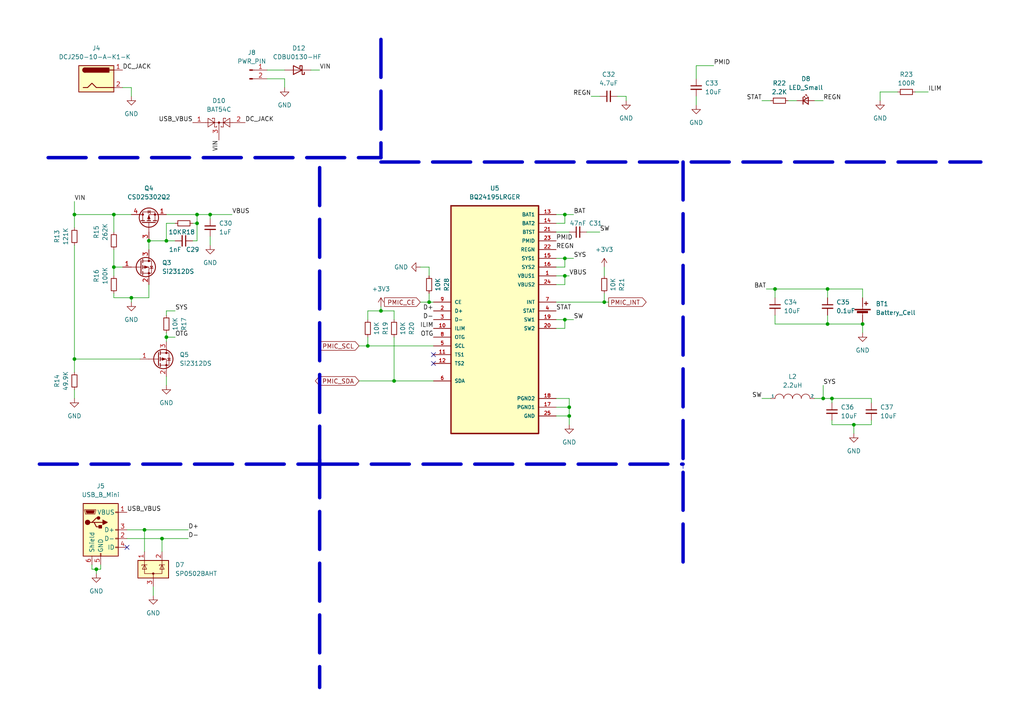
<source format=kicad_sch>
(kicad_sch (version 20211123) (generator eeschema)
  (paper "A4")
  (lib_symbols
    (symbol "BQ24195RGER:BQ24195RGER" (pin_names (offset 1.016))
      (property "Reference" "U" (at -12.7 34.0106 0))
      (property "Value" "BQ24195RGER" (at -12.7 -37.0078 0))
      (symbol "BQ24195RGER_0_0"
        (rectangle (start -12.7 -33.02) (end 12.7 33.02) (stroke (width 0.4064)) (fill (type background)))
        (pin power_in line (at 17.78 12.7 180) (length 5.08) (name "VBUS1") (number "1"))
        (pin input line (at -17.78 -2.54 0) (length 5.08) (name "ILIM") (number "10"))
        (pin input line (at -17.78 -10.16 0) (length 5.08) (name "TS1") (number "11"))
        (pin input line (at -17.78 -12.7 0) (length 5.08) (name "TS2") (number "12"))
        (pin power_in line (at 17.78 30.48 180) (length 5.08) (name "BAT1") (number "13"))
        (pin power_in line (at 17.78 27.94 180) (length 5.08) (name "BAT2") (number "14"))
        (pin power_in line (at 17.78 17.78 180) (length 5.08) (name "SYS1") (number "15"))
        (pin power_in line (at 17.78 15.24 180) (length 5.08) (name "SYS2") (number "16"))
        (pin power_in line (at 17.78 -25.4 180) (length 5.08) (name "PGND1") (number "17"))
        (pin power_in line (at 17.78 -22.86 180) (length 5.08) (name "PGND2") (number "18"))
        (pin output line (at 17.78 0 180) (length 5.08) (name "SW1") (number "19"))
        (pin input line (at -17.78 2.54 0) (length 5.08) (name "D+") (number "2"))
        (pin output line (at 17.78 -2.54 180) (length 5.08) (name "SW2") (number "20"))
        (pin power_in line (at 17.78 25.4 180) (length 5.08) (name "BTST") (number "21"))
        (pin power_in line (at 17.78 20.32 180) (length 5.08) (name "REGN") (number "22"))
        (pin power_in line (at 17.78 22.86 180) (length 5.08) (name "PMID") (number "23"))
        (pin power_in line (at 17.78 10.16 180) (length 5.08) (name "VBUS2") (number "24"))
        (pin power_in line (at 17.78 -27.94 180) (length 5.08) (name "GND") (number "25"))
        (pin input line (at -17.78 0 0) (length 5.08) (name "D-") (number "3"))
        (pin output line (at 17.78 2.54 180) (length 5.08) (name "STAT") (number "4"))
        (pin input line (at -17.78 -7.62 0) (length 5.08) (name "SCL") (number "5"))
        (pin bidirectional line (at -17.78 -17.78 0) (length 5.08) (name "SDA") (number "6"))
        (pin output line (at 17.78 5.08 180) (length 5.08) (name "INT") (number "7"))
        (pin input line (at -17.78 -5.08 0) (length 5.08) (name "OTG") (number "8"))
        (pin input line (at -17.78 5.08 0) (length 5.08) (name "CE") (number "9"))
      )
    )
    (symbol "Connector:Conn_01x02_Male" (pin_names (offset 1.016) hide)
      (property "Reference" "J" (at 0 2.54 0))
      (property "Value" "Conn_01x02_Male" (at 0 -5.08 0))
      (symbol "Conn_01x02_Male_1_1"
        (polyline (pts (xy 1.27 -2.54) (xy 0.8636 -2.54)) (stroke (width 0.1524)))
        (polyline (pts (xy 1.27 0) (xy 0.8636 0)) (stroke (width 0.1524)))
        (rectangle (start 0.8636 -2.413) (end 0 -2.667) (stroke (width 0.1524)) (fill (type outline)))
        (rectangle (start 0.8636 0.127) (end 0 -0.127) (stroke (width 0.1524)) (fill (type outline)))
        (pin passive line (at 5.08 0 180) (length 3.81) (name "Pin_1") (number "1"))
        (pin passive line (at 5.08 -2.54 180) (length 3.81) (name "Pin_2") (number "2"))
      )
    )
    (symbol "Connector:Jack-DC" (pin_names (offset 1.016))
      (property "Reference" "J" (at 0 5.334 0))
      (property "Value" "Jack-DC" (at 0 -5.08 0))
      (symbol "Jack-DC_0_1"
        (rectangle (start -5.08 3.81) (end 5.08 -3.81) (stroke (width 0.254)) (fill (type background)))
        (arc (start -3.302 3.175) (mid -3.937 2.54) (end -3.302 1.905) (stroke (width 0.254)))
        (arc (start -3.302 3.175) (mid -3.937 2.54) (end -3.302 1.905) (stroke (width 0.254)) (fill (type outline)))
        (polyline (pts (xy 5.08 2.54) (xy 3.81 2.54)) (stroke (width 0.254)))
        (polyline (pts (xy -3.81 -2.54) (xy -2.54 -2.54) (xy -1.27 -1.27) (xy 0 -2.54) (xy 2.54 -2.54) (xy 5.08 -2.54)) (stroke (width 0.254)))
        (rectangle (start 3.683 3.175) (end -3.302 1.905) (stroke (width 0.254)) (fill (type outline)))
      )
      (symbol "Jack-DC_1_1"
        (pin passive line (at 7.62 2.54 180) (length 2.54) (name "~") (number "1"))
        (pin passive line (at 7.62 -2.54 180) (length 2.54) (name "~") (number "2"))
      )
    )
    (symbol "Connector:USB_B_Mini" (pin_names (offset 1.016))
      (property "Reference" "J" (at -5.08 11.43 0))
      (property "Value" "USB_B_Mini" (at -5.08 8.89 0))
      (symbol "USB_B_Mini_0_1"
        (rectangle (start -5.08 -7.62) (end 5.08 7.62) (stroke (width 0.254)) (fill (type background)))
        (circle (center -3.81 2.159) (radius 0.635) (stroke (width 0.254)) (fill (type outline)))
        (circle (center -0.635 3.429) (radius 0.381) (stroke (width 0.254)) (fill (type outline)))
        (rectangle (start -0.127 -7.62) (end 0.127 -6.858))
        (polyline (pts (xy -1.905 2.159) (xy 0.635 2.159)) (stroke (width 0.254)))
        (polyline (pts (xy -3.175 2.159) (xy -2.54 2.159) (xy -1.27 3.429) (xy -0.635 3.429)) (stroke (width 0.254)))
        (polyline (pts (xy -2.54 2.159) (xy -1.905 2.159) (xy -1.27 0.889) (xy 0 0.889)) (stroke (width 0.254)))
        (polyline (pts (xy 0.635 2.794) (xy 0.635 1.524) (xy 1.905 2.159) (xy 0.635 2.794)) (stroke (width 0.254)) (fill (type outline)))
        (polyline (pts (xy -4.318 5.588) (xy -1.778 5.588) (xy -2.032 4.826) (xy -4.064 4.826) (xy -4.318 5.588)) (fill (type outline)))
        (polyline (pts (xy -4.699 5.842) (xy -4.699 5.588) (xy -4.445 4.826) (xy -4.445 4.572) (xy -1.651 4.572) (xy -1.651 4.826) (xy -1.397 5.588) (xy -1.397 5.842) (xy -4.699 5.842)))
        (rectangle (start 0.254 1.27) (end -0.508 0.508) (stroke (width 0.254)) (fill (type outline)))
        (rectangle (start 5.08 -5.207) (end 4.318 -4.953))
        (rectangle (start 5.08 -2.667) (end 4.318 -2.413))
        (rectangle (start 5.08 -0.127) (end 4.318 0.127))
        (rectangle (start 5.08 4.953) (end 4.318 5.207))
      )
      (symbol "USB_B_Mini_1_1"
        (pin power_out line (at 7.62 5.08 180) (length 2.54) (name "VBUS") (number "1"))
        (pin bidirectional line (at 7.62 -2.54 180) (length 2.54) (name "D-") (number "2"))
        (pin bidirectional line (at 7.62 0 180) (length 2.54) (name "D+") (number "3"))
        (pin passive line (at 7.62 -5.08 180) (length 2.54) (name "ID") (number "4"))
        (pin power_out line (at 0 -10.16 90) (length 2.54) (name "GND") (number "5"))
        (pin passive line (at -2.54 -10.16 90) (length 2.54) (name "Shield") (number "6"))
      )
    )
    (symbol "Device:Battery_Cell" (pin_numbers hide) (pin_names (offset 0) hide)
      (property "Reference" "BT" (at 2.54 2.54 0))
      (property "Value" "Battery_Cell" (at 2.54 0 0))
      (symbol "Battery_Cell_0_1"
        (rectangle (start -2.286 1.778) (end 2.286 1.524) (fill (type outline)))
        (rectangle (start -1.5748 1.1938) (end 1.4732 0.6858) (fill (type outline)))
        (polyline (pts (xy 0 0.762) (xy 0 0)))
        (polyline (pts (xy 0 1.778) (xy 0 2.54)))
        (polyline (pts (xy 0.508 3.429) (xy 1.524 3.429)) (stroke (width 0.254)))
        (polyline (pts (xy 1.016 3.937) (xy 1.016 2.921)) (stroke (width 0.254)))
      )
      (symbol "Battery_Cell_1_1"
        (pin passive line (at 0 5.08 270) (length 2.54) (name "+") (number "1"))
        (pin passive line (at 0 -2.54 90) (length 2.54) (name "-") (number "2"))
      )
    )
    (symbol "Device:C_Small" (pin_numbers hide) (pin_names (offset 0.254) hide)
      (property "Reference" "C" (at 0.254 1.778 0))
      (property "Value" "C_Small" (at 0.254 -2.032 0))
      (symbol "C_Small_0_1"
        (polyline (pts (xy -1.524 -0.508) (xy 1.524 -0.508)) (stroke (width 0.3302)))
        (polyline (pts (xy -1.524 0.508) (xy 1.524 0.508)) (stroke (width 0.3048)))
      )
      (symbol "C_Small_1_1"
        (pin passive line (at 0 2.54 270) (length 2.032) (name "~") (number "1"))
        (pin passive line (at 0 -2.54 90) (length 2.032) (name "~") (number "2"))
      )
    )
    (symbol "Device:D_Schottky" (pin_numbers hide) (pin_names (offset 1.016) hide)
      (property "Reference" "D" (at 0 2.54 0))
      (property "Value" "D_Schottky" (at 0 -2.54 0))
      (symbol "D_Schottky_0_1"
        (polyline (pts (xy 1.27 0) (xy -1.27 0)))
        (polyline (pts (xy 1.27 1.27) (xy 1.27 -1.27) (xy -1.27 0) (xy 1.27 1.27)) (stroke (width 0.254)))
        (polyline (pts (xy -1.905 0.635) (xy -1.905 1.27) (xy -1.27 1.27) (xy -1.27 -1.27) (xy -0.635 -1.27) (xy -0.635 -0.635)) (stroke (width 0.254)))
      )
      (symbol "D_Schottky_1_1"
        (pin passive line (at -3.81 0 0) (length 2.54) (name "K") (number "1"))
        (pin passive line (at 3.81 0 180) (length 2.54) (name "A") (number "2"))
      )
    )
    (symbol "Device:LED_Small" (pin_numbers hide) (pin_names (offset 0.254) hide)
      (property "Reference" "D" (at -1.27 3.175 0))
      (property "Value" "LED_Small" (at -4.445 -2.54 0))
      (symbol "LED_Small_0_1"
        (polyline (pts (xy -0.762 -1.016) (xy -0.762 1.016)) (stroke (width 0.254)))
        (polyline (pts (xy 1.016 0) (xy -0.762 0)))
        (polyline (pts (xy 0.762 -1.016) (xy -0.762 0) (xy 0.762 1.016) (xy 0.762 -1.016)) (stroke (width 0.254)))
        (polyline (pts (xy 0 0.762) (xy -0.508 1.27) (xy -0.254 1.27) (xy -0.508 1.27) (xy -0.508 1.016)))
        (polyline (pts (xy 0.508 1.27) (xy 0 1.778) (xy 0.254 1.778) (xy 0 1.778) (xy 0 1.524)))
      )
      (symbol "LED_Small_1_1"
        (pin passive line (at -2.54 0 0) (length 1.778) (name "K") (number "1"))
        (pin passive line (at 2.54 0 180) (length 1.778) (name "A") (number "2"))
      )
    )
    (symbol "Device:R_Small" (pin_numbers hide) (pin_names (offset 0.254) hide)
      (property "Reference" "R" (at 0.762 0.508 0))
      (property "Value" "R_Small" (at 0.762 -1.016 0))
      (symbol "R_Small_0_1"
        (rectangle (start -0.762 1.778) (end 0.762 -1.778) (stroke (width 0.2032)))
      )
      (symbol "R_Small_1_1"
        (pin passive line (at 0 2.54 270) (length 0.762) (name "~") (number "1"))
        (pin passive line (at 0 -2.54 90) (length 0.762) (name "~") (number "2"))
      )
    )
    (symbol "Diode:BAT54C" (pin_names (offset 1.016))
      (property "Reference" "D" (at 0.635 -3.81 0))
      (property "Value" "BAT54C" (at -6.35 3.175 0))
      (symbol "BAT54C_0_1"
        (polyline (pts (xy -1.905 0) (xy 1.905 0)))
        (polyline (pts (xy -1.905 1.27) (xy -1.905 1.016)))
        (polyline (pts (xy -1.27 -1.27) (xy -0.635 -1.27)))
        (polyline (pts (xy -1.27 0) (xy -3.81 0)))
        (polyline (pts (xy -1.27 1.27) (xy -1.905 1.27)))
        (polyline (pts (xy -1.27 1.27) (xy -1.27 -1.27)))
        (polyline (pts (xy -0.635 -1.27) (xy -0.635 -1.016)))
        (polyline (pts (xy 0.635 -1.27) (xy 0.635 -1.016)))
        (polyline (pts (xy 1.27 -1.27) (xy 0.635 -1.27)))
        (polyline (pts (xy 1.27 1.27) (xy 1.27 -1.27)))
        (polyline (pts (xy 1.27 1.27) (xy 1.905 1.27)))
        (polyline (pts (xy 1.905 1.27) (xy 1.905 1.016)))
        (polyline (pts (xy 3.81 0) (xy 1.27 0)))
        (polyline (pts (xy -3.175 -1.27) (xy -3.175 1.27) (xy -1.27 0) (xy -3.175 -1.27)))
        (polyline (pts (xy 3.175 -1.27) (xy 3.175 1.27) (xy 1.27 0) (xy 3.175 -1.27)))
        (circle (center 0 0) (radius 0.254) (fill (type outline)))
      )
      (symbol "BAT54C_1_1"
        (pin passive line (at -7.62 0 0) (length 3.81) (name "~") (number "1"))
        (pin passive line (at 7.62 0 180) (length 3.81) (name "~") (number "2"))
        (pin passive line (at 0 -5.08 90) (length 5.08) (name "~") (number "3"))
      )
    )
    (symbol "Power_Protection:SP0502BAHT" (pin_names hide)
      (property "Reference" "D" (at 5.715 2.54 0))
      (property "Value" "SP0502BAHT" (at 5.715 0.635 0))
      (symbol "SP0502BAHT_0_0"
        (pin passive line (at 0 -5.08 90) (length 2.54) (name "A") (number "3"))
      )
      (symbol "SP0502BAHT_0_1"
        (rectangle (start -4.445 2.54) (end 4.445 -2.54) (stroke (width 0.254)) (fill (type background)))
        (circle (center 0 -1.27) (radius 0.254) (fill (type outline)))
        (polyline (pts (xy -2.54 2.54) (xy -2.54 1.27)))
        (polyline (pts (xy 0 -1.27) (xy 0 -2.54)))
        (polyline (pts (xy 2.54 2.54) (xy 2.54 1.27)))
        (polyline (pts (xy -3.302 1.016) (xy -3.302 1.27) (xy -1.905 1.27) (xy -1.778 1.27)))
        (polyline (pts (xy -2.54 1.27) (xy -2.54 -1.27) (xy 2.54 -1.27) (xy 2.54 1.27)))
        (polyline (pts (xy -2.54 1.27) (xy -1.905 0) (xy -3.175 0) (xy -2.54 1.27)))
        (polyline (pts (xy 1.778 1.016) (xy 1.778 1.27) (xy 3.175 1.27) (xy 3.302 1.27)))
        (polyline (pts (xy 2.54 1.27) (xy 1.905 0) (xy 3.175 0) (xy 2.54 1.27)))
      )
      (symbol "SP0502BAHT_1_1"
        (pin passive line (at -2.54 5.08 270) (length 2.54) (name "K") (number "1"))
        (pin passive line (at 2.54 5.08 270) (length 2.54) (name "K") (number "2"))
      )
    )
    (symbol "Transistor_FET:CSD25302Q2" (pin_names hide)
      (property "Reference" "Q" (at 5.08 1.27 0))
      (property "Value" "CSD25302Q2" (at 3.81 -1.27 0))
      (symbol "CSD25302Q2_0_1"
        (circle (center -0.889 0) (radius 2.794) (stroke (width 0.254)))
        (circle (center 0 -1.778) (radius 0.254) (fill (type outline)))
        (polyline (pts (xy -2.286 0) (xy -5.08 0)))
        (polyline (pts (xy -2.286 1.905) (xy -2.286 -1.905)) (stroke (width 0.254)))
        (polyline (pts (xy -1.778 -1.27) (xy -1.778 -2.286)) (stroke (width 0.254)))
        (polyline (pts (xy -1.778 0.508) (xy -1.778 -0.508)) (stroke (width 0.254)))
        (polyline (pts (xy -1.778 2.286) (xy -1.778 1.27)) (stroke (width 0.254)))
        (polyline (pts (xy 0 2.54) (xy 0 1.778)))
        (polyline (pts (xy 0 -2.54) (xy 0 0) (xy -1.778 0)))
        (polyline (pts (xy -1.778 1.778) (xy 0.762 1.778) (xy 0.762 -1.778) (xy -1.778 -1.778)))
        (polyline (pts (xy -0.254 0) (xy -1.27 0.381) (xy -1.27 -0.381) (xy -0.254 0)) (fill (type outline)))
        (polyline (pts (xy 0.254 -0.508) (xy 0.381 -0.381) (xy 1.143 -0.381) (xy 1.27 -0.254)))
        (polyline (pts (xy 0.762 -0.381) (xy 0.381 0.254) (xy 1.143 0.254) (xy 0.762 -0.381)))
        (circle (center 0 1.778) (radius 0.254) (fill (type outline)))
      )
      (symbol "CSD25302Q2_1_1"
        (pin passive line (at 0 -5.08 90) (length 2.54) (name "S") (number "1"))
        (pin passive line (at 0 -5.08 90) (length 2.54) hide (name "S") (number "2"))
        (pin passive line (at -7.62 0 0) (length 2.54) (name "G") (number "3"))
        (pin passive line (at 0 5.08 270) (length 2.54) (name "D") (number "4"))
        (pin passive line (at 0 -5.08 90) (length 2.54) hide (name "S") (number "5"))
        (pin passive line (at 0 -5.08 90) (length 2.54) hide (name "S") (number "6"))
        (pin passive line (at 0 5.08 270) (length 2.54) hide (name "D") (number "7"))
        (pin passive line (at 0 -5.08 90) (length 2.54) hide (name "S") (number "8"))
      )
    )
    (symbol "Transistor_FET:Si2319CDS" (pin_names hide)
      (property "Reference" "Q" (at 5.08 1.905 0))
      (property "Value" "Si2319CDS" (at 5.08 0 0))
      (symbol "Si2319CDS_0_1"
        (polyline (pts (xy 0.254 0) (xy -2.54 0)))
        (polyline (pts (xy 0.254 1.905) (xy 0.254 -1.905)) (stroke (width 0.254)))
        (polyline (pts (xy 0.762 -1.27) (xy 0.762 -2.286)) (stroke (width 0.254)))
        (polyline (pts (xy 0.762 0.508) (xy 0.762 -0.508)) (stroke (width 0.254)))
        (polyline (pts (xy 0.762 2.286) (xy 0.762 1.27)) (stroke (width 0.254)))
        (polyline (pts (xy 2.54 2.54) (xy 2.54 1.778)))
        (polyline (pts (xy 2.54 -2.54) (xy 2.54 0) (xy 0.762 0)))
        (polyline (pts (xy 0.762 1.778) (xy 3.302 1.778) (xy 3.302 -1.778) (xy 0.762 -1.778)))
        (polyline (pts (xy 2.286 0) (xy 1.27 0.381) (xy 1.27 -0.381) (xy 2.286 0)) (fill (type outline)))
        (polyline (pts (xy 2.794 -0.508) (xy 2.921 -0.381) (xy 3.683 -0.381) (xy 3.81 -0.254)))
        (polyline (pts (xy 3.302 -0.381) (xy 2.921 0.254) (xy 3.683 0.254) (xy 3.302 -0.381)))
        (circle (center 1.651 0) (radius 2.794) (stroke (width 0.254)))
        (circle (center 2.54 -1.778) (radius 0.254) (fill (type outline)))
        (circle (center 2.54 1.778) (radius 0.254) (fill (type outline)))
      )
      (symbol "Si2319CDS_1_1"
        (pin input line (at -5.08 0 0) (length 2.54) (name "G") (number "1"))
        (pin passive line (at 2.54 -5.08 90) (length 2.54) (name "S") (number "2"))
        (pin passive line (at 2.54 5.08 270) (length 2.54) (name "D") (number "3"))
      )
    )
    (symbol "power:+3.3V" (power) (pin_names (offset 0))
      (property "Value" "+3.3V" (at 0 3.556 0))
      (symbol "+3.3V_0_1"
        (polyline (pts (xy -0.762 1.27) (xy 0 2.54)))
        (polyline (pts (xy 0 0) (xy 0 2.54)))
        (polyline (pts (xy 0 2.54) (xy 0.762 1.27)))
      )
      (symbol "+3.3V_1_1"
        (pin power_in line (at 0 0 90) (length 0) hide (name "+3V3") (number "1"))
      )
    )
    (symbol "power:GND" (power) (pin_names (offset 0))
      (property "Value" "GND" (at 0 -3.81 0))
      (symbol "GND_0_1"
        (polyline (pts (xy 0 0) (xy 0 -1.27) (xy 1.27 -1.27) (xy 0 -2.54) (xy -1.27 -1.27) (xy 0 -1.27)))
      )
      (symbol "GND_1_1"
        (pin power_in line (at 0 0 270) (length 0) hide (name "GND") (number "1"))
      )
    )
    (symbol "pspice:INDUCTOR" (pin_numbers hide) (pin_names (offset 0))
      (property "Reference" "L" (at 0 2.54 0))
      (property "Value" "INDUCTOR" (at 0 -1.27 0))
      (symbol "INDUCTOR_0_1"
        (arc (start -2.54 0) (mid -3.81 1.27) (end -5.08 0))
        (arc (start 0 0) (mid -1.27 1.27) (end -2.54 0))
        (arc (start 2.54 0) (mid 1.27 1.27) (end 0 0))
        (arc (start 5.08 0) (mid 3.81 1.27) (end 2.54 0))
      )
      (symbol "INDUCTOR_1_1"
        (pin input line (at -6.35 0 0) (length 1.27) (name "1") (number "1"))
        (pin input line (at 6.35 0 180) (length 1.27) (name "2") (number "2"))
      )
    )
  )
  (junction (at 114.3 110.49))
  (junction (at 57.15 62.23))
  (junction (at 163.83 62.23))
  (junction (at 60.96 62.23))
  (junction (at 247.65 123.19))
  (junction (at 165.1 120.65))
  (junction (at 238.76 115.57))
  (junction (at 163.83 80.01))
  (junction (at 57.15 64.77))
  (junction (at 250.19 93.98))
  (junction (at 48.26 69.85))
  (junction (at 106.68 100.33))
  (junction (at 175.26 87.63))
  (junction (at 240.03 83.82))
  (junction (at 224.79 83.82))
  (junction (at 46.99 156.21))
  (junction (at 41.91 153.67))
  (junction (at 124.46 87.63))
  (junction (at 27.94 165.1))
  (junction (at 43.18 69.85))
  (junction (at 48.26 97.79))
  (junction (at 33.02 62.23))
  (junction (at 163.83 92.71))
  (junction (at 241.3 115.57))
  (junction (at 21.59 104.14))
  (junction (at 38.1 86.36))
  (junction (at 21.59 62.23))
  (junction (at 33.02 77.47))
  (junction (at 163.83 74.93))
  (junction (at 110.49 90.17))
  (junction (at 240.03 93.98))
  (junction (at 165.1 118.11))
  (no_connect (at 36.83 158.75))
  (no_connect (at 125.73 105.41))
  (no_connect (at 125.73 102.87))
  (wire (pts (xy 175.26 77.47) (xy 175.26 80.01)))
  (wire (pts (xy 250.19 93.98) (xy 250.19 96.52)))
  (wire (pts (xy 60.96 68.58) (xy 60.96 71.12)))
  (wire (pts (xy 228.6 29.21) (xy 231.14 29.21)))
  (wire (pts (xy 163.83 80.01) (xy 163.83 82.55)))
  (wire (pts (xy 240.03 83.82) (xy 250.19 83.82)))
  (wire (pts (xy 220.98 115.57) (xy 223.52 115.57)))
  (wire (pts (xy 161.29 80.01) (xy 163.83 80.01)))
  (wire (pts (xy 241.3 121.92) (xy 241.3 123.19)))
  (wire (pts (xy 163.83 62.23) (xy 163.83 64.77)))
  (wire (pts (xy 21.59 58.42) (xy 21.59 62.23)))
  (wire (pts (xy 170.18 67.31) (xy 173.99 67.31)))
  (wire (pts (xy 54.61 153.67) (xy 41.91 153.67)))
  (wire (pts (xy 46.99 156.21) (xy 46.99 160.02)))
  (wire (pts (xy 238.76 115.57) (xy 241.3 115.57)))
  (wire (pts (xy 163.83 80.01) (xy 165.1 80.01)))
  (wire (pts (xy 77.47 22.86) (xy 82.55 22.86)))
  (wire (pts (xy 124.46 87.63) (xy 125.73 87.63)))
  (wire (pts (xy 171.45 27.94) (xy 173.99 27.94)))
  (wire (pts (xy 57.15 64.77) (xy 57.15 69.85)))
  (wire (pts (xy 57.15 69.85) (xy 55.88 69.85)))
  (wire (pts (xy 250.19 83.82) (xy 250.19 86.36)))
  (wire (pts (xy 106.68 90.17) (xy 106.68 92.71)))
  (wire (pts (xy 201.93 22.86) (xy 201.93 19.05)))
  (polyline (pts (xy 11.43 134.62) (xy 92.71 134.62)) (stroke (width 1)))
  (wire (pts (xy 33.02 62.23) (xy 33.02 67.31)))
  (wire (pts (xy 26.67 165.1) (xy 27.94 165.1)))
  (wire (pts (xy 121.92 87.63) (xy 124.46 87.63)))
  (wire (pts (xy 124.46 80.01) (xy 124.46 77.47)))
  (polyline (pts (xy 92.71 134.62) (xy 198.12 134.62)) (stroke (width 1)))
  (wire (pts (xy 240.03 83.82) (xy 240.03 86.36)))
  (wire (pts (xy 161.29 118.11) (xy 165.1 118.11)))
  (wire (pts (xy 114.3 110.49) (xy 125.73 110.49)))
  (wire (pts (xy 163.83 77.47) (xy 161.29 77.47)))
  (wire (pts (xy 165.1 115.57) (xy 165.1 118.11)))
  (wire (pts (xy 41.91 153.67) (xy 41.91 160.02)))
  (wire (pts (xy 60.96 62.23) (xy 67.31 62.23)))
  (wire (pts (xy 240.03 93.98) (xy 250.19 93.98)))
  (wire (pts (xy 110.49 88.9) (xy 110.49 90.17)))
  (wire (pts (xy 161.29 67.31) (xy 165.1 67.31)))
  (wire (pts (xy 106.68 97.79) (xy 106.68 100.33)))
  (wire (pts (xy 21.59 104.14) (xy 21.59 107.95)))
  (polyline (pts (xy 92.71 133.35) (xy 92.71 199.39)) (stroke (width 1)))
  (wire (pts (xy 201.93 19.05) (xy 207.01 19.05)))
  (wire (pts (xy 48.26 62.23) (xy 57.15 62.23)))
  (wire (pts (xy 161.29 62.23) (xy 163.83 62.23)))
  (wire (pts (xy 161.29 115.57) (xy 165.1 115.57)))
  (wire (pts (xy 161.29 87.63) (xy 175.26 87.63)))
  (wire (pts (xy 104.14 110.49) (xy 114.3 110.49)))
  (wire (pts (xy 33.02 85.09) (xy 33.02 86.36)))
  (wire (pts (xy 241.3 115.57) (xy 241.3 116.84)))
  (wire (pts (xy 21.59 71.12) (xy 21.59 104.14)))
  (wire (pts (xy 38.1 62.23) (xy 33.02 62.23)))
  (wire (pts (xy 247.65 123.19) (xy 252.73 123.19)))
  (wire (pts (xy 252.73 115.57) (xy 241.3 115.57)))
  (wire (pts (xy 220.98 29.21) (xy 223.52 29.21)))
  (wire (pts (xy 57.15 62.23) (xy 60.96 62.23)))
  (wire (pts (xy 106.68 100.33) (xy 125.73 100.33)))
  (wire (pts (xy 222.25 83.82) (xy 224.79 83.82)))
  (wire (pts (xy 252.73 123.19) (xy 252.73 121.92)))
  (wire (pts (xy 110.49 90.17) (xy 106.68 90.17)))
  (wire (pts (xy 27.94 165.1) (xy 27.94 166.37)))
  (wire (pts (xy 260.35 26.67) (xy 255.27 26.67)))
  (wire (pts (xy 90.17 20.32) (xy 92.71 20.32)))
  (wire (pts (xy 224.79 86.36) (xy 224.79 83.82)))
  (wire (pts (xy 175.26 85.09) (xy 175.26 87.63)))
  (wire (pts (xy 161.29 74.93) (xy 163.83 74.93)))
  (wire (pts (xy 165.1 118.11) (xy 165.1 120.65)))
  (wire (pts (xy 163.83 95.25) (xy 161.29 95.25)))
  (wire (pts (xy 240.03 91.44) (xy 240.03 93.98)))
  (wire (pts (xy 236.22 29.21) (xy 238.76 29.21)))
  (wire (pts (xy 201.93 27.94) (xy 201.93 30.48)))
  (wire (pts (xy 163.83 62.23) (xy 166.37 62.23)))
  (wire (pts (xy 21.59 104.14) (xy 40.64 104.14)))
  (wire (pts (xy 35.56 25.4) (xy 38.1 25.4)))
  (wire (pts (xy 175.26 87.63) (xy 176.53 87.63)))
  (wire (pts (xy 104.14 100.33) (xy 106.68 100.33)))
  (wire (pts (xy 82.55 22.86) (xy 82.55 25.4)))
  (wire (pts (xy 54.61 156.21) (xy 46.99 156.21)))
  (wire (pts (xy 163.83 74.93) (xy 166.37 74.93)))
  (wire (pts (xy 114.3 97.79) (xy 114.3 110.49)))
  (wire (pts (xy 41.91 153.67) (xy 36.83 153.67)))
  (wire (pts (xy 38.1 25.4) (xy 38.1 27.94)))
  (wire (pts (xy 21.59 66.04) (xy 21.59 62.23)))
  (wire (pts (xy 33.02 86.36) (xy 38.1 86.36)))
  (wire (pts (xy 252.73 116.84) (xy 252.73 115.57)))
  (wire (pts (xy 163.83 92.71) (xy 163.83 95.25)))
  (wire (pts (xy 224.79 91.44) (xy 224.79 93.98)))
  (wire (pts (xy 163.83 74.93) (xy 163.83 77.47)))
  (wire (pts (xy 43.18 86.36) (xy 43.18 82.55)))
  (wire (pts (xy 48.26 96.52) (xy 48.26 97.79)))
  (polyline (pts (xy 110.49 11.43) (xy 110.49 45.72)) (stroke (width 1)))
  (wire (pts (xy 114.3 92.71) (xy 114.3 90.17)))
  (wire (pts (xy 44.45 170.18) (xy 44.45 172.72)))
  (wire (pts (xy 29.21 163.83) (xy 29.21 165.1)))
  (wire (pts (xy 38.1 86.36) (xy 43.18 86.36)))
  (wire (pts (xy 241.3 123.19) (xy 247.65 123.19)))
  (wire (pts (xy 46.99 156.21) (xy 36.83 156.21)))
  (polyline (pts (xy 110.49 46.99) (xy 284.48 46.99)) (stroke (width 1)))
  (wire (pts (xy 21.59 113.03) (xy 21.59 115.57)))
  (polyline (pts (xy 92.71 134.62) (xy 92.71 45.72)) (stroke (width 1)))
  (wire (pts (xy 33.02 77.47) (xy 35.56 77.47)))
  (wire (pts (xy 48.26 69.85) (xy 48.26 64.77)))
  (wire (pts (xy 114.3 90.17) (xy 110.49 90.17)))
  (wire (pts (xy 60.96 63.5) (xy 60.96 62.23)))
  (wire (pts (xy 55.88 64.77) (xy 57.15 64.77)))
  (wire (pts (xy 43.18 69.85) (xy 48.26 69.85)))
  (wire (pts (xy 77.47 20.32) (xy 82.55 20.32)))
  (wire (pts (xy 255.27 26.67) (xy 255.27 29.21)))
  (wire (pts (xy 48.26 90.17) (xy 50.8 90.17)))
  (wire (pts (xy 33.02 72.39) (xy 33.02 77.47)))
  (wire (pts (xy 26.67 163.83) (xy 26.67 165.1)))
  (wire (pts (xy 33.02 77.47) (xy 33.02 80.01)))
  (wire (pts (xy 124.46 85.09) (xy 124.46 87.63)))
  (wire (pts (xy 48.26 109.22) (xy 48.26 111.76)))
  (wire (pts (xy 48.26 64.77) (xy 50.8 64.77)))
  (wire (pts (xy 181.61 29.21) (xy 181.61 27.94)))
  (wire (pts (xy 161.29 92.71) (xy 163.83 92.71)))
  (wire (pts (xy 224.79 93.98) (xy 240.03 93.98)))
  (wire (pts (xy 163.83 92.71) (xy 166.37 92.71)))
  (wire (pts (xy 165.1 120.65) (xy 165.1 123.19)))
  (wire (pts (xy 43.18 69.85) (xy 43.18 72.39)))
  (polyline (pts (xy 198.12 46.99) (xy 198.12 165.1)) (stroke (width 1)))
  (wire (pts (xy 163.83 64.77) (xy 161.29 64.77)))
  (wire (pts (xy 224.79 83.82) (xy 240.03 83.82)))
  (wire (pts (xy 238.76 111.76) (xy 238.76 115.57)))
  (wire (pts (xy 247.65 123.19) (xy 247.65 125.73)))
  (wire (pts (xy 21.59 62.23) (xy 33.02 62.23)))
  (wire (pts (xy 236.22 115.57) (xy 238.76 115.57)))
  (wire (pts (xy 48.26 97.79) (xy 50.8 97.79)))
  (wire (pts (xy 48.26 97.79) (xy 48.26 99.06)))
  (polyline (pts (xy 198.12 134.62) (xy 198.12 135.89)))
  (wire (pts (xy 179.07 27.94) (xy 181.61 27.94)))
  (wire (pts (xy 265.43 26.67) (xy 269.24 26.67)))
  (wire (pts (xy 38.1 86.36) (xy 38.1 87.63)))
  (wire (pts (xy 50.8 69.85) (xy 48.26 69.85)))
  (wire (pts (xy 163.83 82.55) (xy 161.29 82.55)))
  (wire (pts (xy 48.26 91.44) (xy 48.26 90.17)))
  (wire (pts (xy 165.1 120.65) (xy 161.29 120.65)))
  (wire (pts (xy 121.92 77.47) (xy 124.46 77.47)))
  (wire (pts (xy 57.15 62.23) (xy 57.15 64.77)))
  (wire (pts (xy 27.94 165.1) (xy 29.21 165.1)))
  (polyline (pts (xy 13.97 45.72) (xy 110.49 45.72)) (stroke (width 1)))
  (label "STAT" (at 161.29 90.17 0))
  (label "BAT" (at 166.37 62.23 0))
  (label "SW" (at 166.37 92.71 0))
  (label "REGN" (at 171.45 27.94 180))
  (label "D-" (at 54.61 156.21 0))
  (label "ILIM" (at 125.73 95.25 180))
  (label "SW" (at 220.98 115.57 180))
  (label "REGN" (at 161.29 72.39 0))
  (label "OTG" (at 125.73 97.79 180))
  (label "DC_JACK" (at 35.56 20.32 0))
  (label "VBUS" (at 67.31 62.23 0))
  (label "VBUS" (at 165.1 80.01 0))
  (label "DC_JACK" (at 71.12 35.56 0))
  (label "SYS" (at 238.76 111.76 0))
  (label "PMID" (at 207.01 19.05 0))
  (label "SYS" (at 50.8 90.17 0))
  (label "PMID" (at 161.29 69.85 0))
  (label "D-" (at 125.73 92.71 180))
  (label "ILIM" (at 269.24 26.67 0))
  (label "BAT" (at 222.25 83.82 180))
  (label "VIN" (at 21.59 58.42 0))
  (label "D+" (at 54.61 153.67 0))
  (label "VIN" (at 92.71 20.32 0))
  (label "USB_VBUS" (at 36.83 148.59 0))
  (label "VIN" (at 63.5 40.64 270))
  (label "D+" (at 125.73 90.17 180))
  (label "STAT" (at 220.98 29.21 180))
  (label "REGN" (at 238.76 29.21 0))
  (label "SW" (at 173.99 67.31 0))
  (label "SYS" (at 166.37 74.93 0))
  (label "USB_VBUS" (at 55.88 35.56 180))
  (label "OTG" (at 50.8 97.79 0))
  (global_label "PMIC_INT" (shape output) (at 176.53 87.63 0) (property "Intersheet References" "${INTERSHEET_REFS}" (effects hide)))
  (global_label "PMIC_CE" (shape input) (at 121.92 87.63 180) (property "Intersheet References" "${INTERSHEET_REFS}" (effects hide)))
  (global_label "PMIC_SDA" (shape bidirectional) (at 104.14 110.49 180) (property "Intersheet References" "${INTERSHEET_REFS}" (effects hide)))
  (global_label "PMIC_SCL" (shape input) (at 104.14 100.33 180) (property "Intersheet References" "${INTERSHEET_REFS}" (effects hide)))
  (symbol (lib_id "Device:R_Small") (at 226.06 29.21 90) (unit 1)
    (property "Reference" "R22" (at 226.06 24.13 90))
    (property "Value" "2.2K" (at 226.06 26.67 90))
    (property "Footprint" "Resistor_SMD:R_0603_1608Metric" (effects hide))
  )
  (symbol (lib_id "Device:R_Small") (at 53.34 64.77 90) (unit 1)
    (property "Reference" "R18" (at 54.61 67.31 90))
    (property "Value" "10K" (at 50.8 67.31 90))
    (property "Footprint" "Resistor_SMD:R_0805_2012Metric" (effects hide))
  )
  (symbol (lib_id "Device:R_Small") (at 33.02 69.85 0) (unit 1)
    (property "Reference" "R15" (at 27.94 67.31 90))
    (property "Value" "262K" (at 30.48 67.31 90))
    (property "Footprint" "Resistor_SMD:R_0805_2012Metric" (effects hide))
  )
  (symbol (lib_id "power:GND") (at 181.61 29.21 0) (unit 1)
    (property "Reference" "#PWR045" (effects hide))
    (property "Value" "GND" (at 181.61 34.29 0))
  )
  (symbol (lib_id "power:GND") (at 38.1 27.94 0) (unit 1)
    (property "Reference" "#PWR037" (effects hide))
    (property "Value" "GND" (at 38.1 33.02 0))
  )
  (symbol (lib_id "power:GND") (at 201.93 30.48 0) (unit 1)
    (property "Reference" "#PWR046" (effects hide))
    (property "Value" "GND" (at 201.93 35.56 0))
  )
  (symbol (lib_id "Device:C_Small") (at 53.34 69.85 270) (unit 1)
    (property "Reference" "C29" (at 55.88 72.39 90))
    (property "Value" "1nF" (at 50.8 72.39 90))
    (property "Footprint" "Capacitor_SMD:C_0603_1608Metric" (effects hide))
  )
  (symbol (lib_id "power:+3.3V") (at 175.26 77.47 0) (unit 1)
    (property "Reference" "#PWR044" (effects hide))
    (property "Value" "+3.3V" (at 175.26 72.39 0))
  )
  (symbol (lib_id "power:GND") (at 255.27 29.21 0) (unit 1)
    (property "Reference" "#PWR049" (effects hide))
    (property "Value" "GND" (at 255.27 34.29 0))
  )
  (symbol (lib_id "Diode:BAT54C") (at 63.5 35.56 0) (unit 1)
    (property "Reference" "D10" (at 63.5 29.21 0))
    (property "Value" "BAT54C" (at 63.5 31.75 0))
    (property "Footprint" "Package_TO_SOT_SMD:SOT-23" (effects hide))
    (property "Datasheet" "http://www.diodes.com/_files/datasheets/ds11005.pdf" (effects hide))
  )
  (symbol (lib_id "Device:R_Small") (at 175.26 82.55 0) (unit 1)
    (property "Reference" "R21" (at 180.34 82.55 90))
    (property "Value" "10K" (at 177.8 82.55 90))
    (property "Footprint" "Resistor_SMD:R_0603_1608Metric" (effects hide))
  )
  (symbol (lib_id "power:GND") (at 82.55 25.4 0) (unit 1)
    (property "Reference" "#PWR058" (effects hide))
    (property "Value" "GND" (at 82.55 30.48 0))
  )
  (symbol (lib_id "Device:C_Small") (at 241.3 119.38 0) (unit 1)
    (property "Reference" "C36" (at 243.84 118.1162 0) (effects (justify left)))
    (property "Value" "10uF" (at 243.84 120.6562 0) (effects (justify left)))
    (property "Footprint" "Capacitor_SMD:C_0603_1608Metric" (effects hide))
  )
  (symbol (lib_id "Device:R_Small") (at 262.89 26.67 90) (unit 1)
    (property "Reference" "R23" (at 262.89 21.59 90))
    (property "Value" "100R" (at 262.89 24.13 90))
    (property "Footprint" "Resistor_SMD:R_0603_1608Metric" (effects hide))
  )
  (symbol (lib_id "Connector:Jack-DC") (at 27.94 22.86 0) (unit 1)
    (property "Reference" "J4" (at 27.94 13.97 0))
    (property "Value" "DCJ250-10-A-K1-K " (at 27.94 16.51 0))
    (property "Footprint" "DCJ250-10-A_XX-X_REVA:GCT_DCJ250-10-A_XX-X_REVA" (effects hide))
  )
  (symbol (lib_id "power:GND") (at 44.45 172.72 0) (unit 1)
    (property "Reference" "#PWR039" (effects hide))
    (property "Value" "GND" (at 44.45 177.8 0))
  )
  (symbol (lib_id "power:GND") (at 21.59 115.57 0) (unit 1)
    (property "Reference" "#PWR035" (effects hide))
    (property "Value" "GND" (at 21.59 120.65 0))
  )
  (symbol (lib_id "Device:C_Small") (at 60.96 66.04 0) (unit 1)
    (property "Reference" "C30" (at 63.5 64.7762 0) (effects (justify left)))
    (property "Value" "1uF" (at 63.5 67.3162 0) (effects (justify left)))
    (property "Footprint" "Capacitor_SMD:C_0603_1608Metric" (effects hide))
  )
  (symbol (lib_id "Device:C_Small") (at 201.93 25.4 0) (unit 1)
    (property "Reference" "C33" (at 204.47 24.1362 0) (effects (justify left)))
    (property "Value" "10uF" (at 204.47 26.6762 0) (effects (justify left)))
    (property "Footprint" "Capacitor_SMD:C_0805_2012Metric" (effects hide))
  )
  (symbol (lib_id "Transistor_FET:CSD25302Q2") (at 43.18 62.23 90) (unit 1)
    (property "Reference" "Q4" (at 43.18 54.61 90))
    (property "Value" "CSD25302Q2" (at 43.18 57.15 90))
    (property "Footprint" "Package_SON:Texas_DQK" (effects hide))
    (property "Datasheet" "https://www.ti.com/lit/ds/slps234b/slps234b.pdf" (effects hide))
  )
  (symbol (lib_id "Connector:USB_B_Mini") (at 29.21 153.67 0) (unit 1)
    (property "Reference" "J5" (at 29.21 140.97 0))
    (property "Value" "USB_B_Mini" (at 29.21 143.51 0))
  )
  (symbol (lib_id "Connector:Conn_01x02_Male") (at 72.39 20.32 0) (unit 1)
    (property "Reference" "J8" (at 73.025 15.24 0))
    (property "Value" "PWR_PIN" (at 73.025 17.78 0))
    (property "Footprint" "Connector_PinHeader_2.54mm:PinHeader_1x02_P2.54mm_Vertical" (effects hide))
  )
  (symbol (lib_id "Device:R_Small") (at 48.26 93.98 0) (unit 1)
    (property "Reference" "R17" (at 53.34 93.98 90))
    (property "Value" "10K" (at 50.8 93.98 90))
    (property "Footprint" "Resistor_SMD:R_0805_2012Metric" (effects hide))
  )
  (symbol (lib_id "power:GND") (at 60.96 71.12 0) (unit 1)
    (property "Reference" "#PWR041" (effects hide))
    (property "Value" "GND" (at 60.96 76.2 0))
  )
  (symbol (lib_id "Device:R_Small") (at 21.59 110.49 0) (unit 1)
    (property "Reference" "R14" (at 16.51 110.49 90))
    (property "Value" "49.9K" (at 19.05 110.49 90))
    (property "Footprint" "Resistor_SMD:R_0805_2012Metric" (effects hide))
  )
  (symbol (lib_id "Power_Protection:SP0502BAHT") (at 44.45 165.1 0) (unit 1)
    (property "Reference" "D7" (at 50.8 163.8299 0) (effects (justify left)))
    (property "Value" "SP0502BAHT" (at 50.8 166.3699 0) (effects (justify left)))
    (property "Footprint" "Package_TO_SOT_SMD:SOT-23" (effects hide))
    (property "Datasheet" "http://www.littelfuse.com/~/media/files/littelfuse/technical%20resources/documents/data%20sheets/sp05xxba.pdf" (effects hide))
  )
  (symbol (lib_id "Device:R_Small") (at 114.3 95.25 0) (unit 1)
    (property "Reference" "R20" (at 119.38 95.25 90))
    (property "Value" "10K" (at 116.84 95.25 90))
    (property "Footprint" "Resistor_SMD:R_0603_1608Metric" (effects hide))
  )
  (symbol (lib_id "Device:LED_Small") (at 233.68 29.21 0) (unit 1)
    (property "Reference" "D8" (at 233.7435 22.86 0))
    (property "Value" "LED_Small" (at 233.7435 25.4 0))
    (property "Footprint" "LED_SMD:LED_0805_2012Metric" (effects hide))
  )
  (symbol (lib_id "power:GND") (at 121.92 77.47 270) (unit 1)
    (property "Reference" "#PWR059" (effects hide))
    (property "Value" "GND" (at 114.3 77.47 90) (effects (justify left)))
  )
  (symbol (lib_id "Device:D_Schottky") (at 86.36 20.32 180) (unit 1)
    (property "Reference" "D12" (at 86.6775 13.97 0))
    (property "Value" "CDBU0130-HF " (at 86.6775 16.51 0))
    (property "Footprint" "CDBU0130-HF:DIOM1709X85N" (effects hide))
  )
  (symbol (lib_id "Device:R_Small") (at 21.59 68.58 0) (unit 1)
    (property "Reference" "R13" (at 16.51 68.58 90))
    (property "Value" "121K" (at 19.05 68.58 90))
    (property "Footprint" "Resistor_SMD:R_0805_2012Metric" (effects hide))
  )
  (symbol (lib_id "power:GND") (at 250.19 96.52 0) (unit 1)
    (property "Reference" "#PWR048" (effects hide))
    (property "Value" "GND" (at 250.19 101.6 0))
  )
  (symbol (lib_id "power:GND") (at 165.1 123.19 0) (unit 1)
    (property "Reference" "#PWR043" (effects hide))
    (property "Value" "GND" (at 165.1 128.27 0))
  )
  (symbol (lib_id "power:GND") (at 48.26 111.76 0) (unit 1)
    (property "Reference" "#PWR040" (effects hide))
    (property "Value" "GND" (at 48.26 116.84 0))
  )
  (symbol (lib_id "power:GND") (at 27.94 166.37 0) (unit 1)
    (property "Reference" "#PWR036" (effects hide))
    (property "Value" "GND" (at 27.94 171.45 0))
  )
  (symbol (lib_id "power:+3.3V") (at 110.49 88.9 0) (unit 1)
    (property "Reference" "#PWR042" (effects hide))
    (property "Value" "+3.3V" (at 110.49 83.82 0))
  )
  (symbol (lib_id "Transistor_FET:Si2319CDS") (at 45.72 104.14 0) (unit 1)
    (property "Reference" "Q5" (at 52.07 102.8699 0) (effects (justify left)))
    (property "Value" "Si2312DS" (at 52.07 105.4099 0) (effects (justify left)))
    (property "Footprint" "Package_TO_SOT_SMD:SOT-23" (effects hide))
    (property "Datasheet" "http://www.vishay.com/docs/66709/si2319cd.pdf" (effects hide))
  )
  (symbol (lib_id "Device:C_Small") (at 252.73 119.38 0) (unit 1)
    (property "Reference" "C37" (at 255.27 118.1162 0) (effects (justify left)))
    (property "Value" "10uF" (at 255.27 120.6562 0) (effects (justify left)))
    (property "Footprint" "Capacitor_SMD:C_0603_1608Metric" (effects hide))
  )
  (symbol (lib_id "power:GND") (at 38.1 87.63 0) (unit 1)
    (property "Reference" "#PWR038" (effects hide))
    (property "Value" "GND" (at 38.1 92.71 0))
  )
  (symbol (lib_id "Device:C_Small") (at 167.64 67.31 90) (unit 1)
    (property "Reference" "C31" (at 172.72 64.77 90))
    (property "Value" "47nF" (at 167.64 64.77 90))
    (property "Footprint" "Capacitor_SMD:C_0603_1608Metric" (effects hide))
  )
  (symbol (lib_id "BQ24195RGER:BQ24195RGER") (at 143.51 92.71 0) (unit 1)
    (property "Reference" "U5" (at 143.51 54.61 0))
    (property "Value" "BQ24195LRGER" (at 143.51 57.15 0))
    (property "Footprint" "BQ24195RGER:QFN50P400X400X100-25N" (effects hide))
  )
  (symbol (lib_id "Device:C_Small") (at 176.53 27.94 90) (unit 1)
    (property "Reference" "C32" (at 176.5363 21.59 90))
    (property "Value" "4.7uF" (at 176.5363 24.13 90))
    (property "Footprint" "Capacitor_SMD:C_0603_1608Metric" (effects hide))
  )
  (symbol (lib_id "power:GND") (at 247.65 125.73 0) (unit 1)
    (property "Reference" "#PWR047" (effects hide))
    (property "Value" "GND" (at 247.65 130.81 0))
  )
  (symbol (lib_id "Device:R_Small") (at 33.02 82.55 0) (unit 1)
    (property "Reference" "R16" (at 27.94 80.01 90))
    (property "Value" "100K" (at 30.48 80.01 90))
    (property "Footprint" "Resistor_SMD:R_0805_2012Metric" (effects hide))
  )
  (symbol (lib_id "Device:R_Small") (at 106.68 95.25 0) (unit 1)
    (property "Reference" "R19" (at 111.76 95.25 90))
    (property "Value" "10K" (at 109.22 95.25 90))
    (property "Footprint" "Resistor_SMD:R_0603_1608Metric" (effects hide))
  )
  (symbol (lib_id "Transistor_FET:Si2319CDS") (at 40.64 77.47 0) (unit 1)
    (property "Reference" "Q3" (at 46.99 76.1999 0) (effects (justify left)))
    (property "Value" "Si2312DS" (at 46.99 78.7399 0) (effects (justify left)))
    (property "Footprint" "Package_TO_SOT_SMD:SOT-23" (effects hide))
    (property "Datasheet" "http://www.vishay.com/docs/66709/si2319cd.pdf" (effects hide))
  )
  (symbol (lib_id "pspice:INDUCTOR") (at 229.87 115.57 0) (unit 1)
    (property "Reference" "L2" (at 229.87 109.22 0))
    (property "Value" "2.2uH" (at 229.87 111.76 0))
    (property "Footprint" "Inductor_SMD:L_0603_1608Metric" (effects hide))
  )
  (symbol (lib_id "Device:C_Small") (at 224.79 88.9 0) (unit 1)
    (property "Reference" "C34" (at 227.33 87.6362 0) (effects (justify left)))
    (property "Value" "10uF" (at 227.33 90.1762 0) (effects (justify left)))
    (property "Footprint" "Capacitor_SMD:C_0805_2012Metric" (effects hide))
  )
  (symbol (lib_id "Device:C_Small") (at 240.03 88.9 0) (unit 1)
    (property "Reference" "C35" (at 242.57 87.6362 0) (effects (justify left)))
    (property "Value" "0.1uF" (at 242.57 90.1762 0) (effects (justify left)))
    (property "Footprint" "Capacitor_SMD:C_0603_1608Metric" (effects hide))
  )
  (symbol (lib_id "Device:R_Small") (at 124.46 82.55 0) (unit 1)
    (property "Reference" "R28" (at 129.54 82.55 90))
    (property "Value" "10K" (at 127 82.55 90))
    (property "Footprint" "Resistor_SMD:R_0603_1608Metric" (effects hide))
  )
  (symbol (lib_id "Device:Battery_Cell") (at 250.19 91.44 0) (unit 1)
    (property "Reference" "BT1" (at 254 88.1379 0) (effects (justify left)))
    (property "Value" "Battery_Cell" (at 254 90.6779 0) (effects (justify left)))
  )
)
</source>
